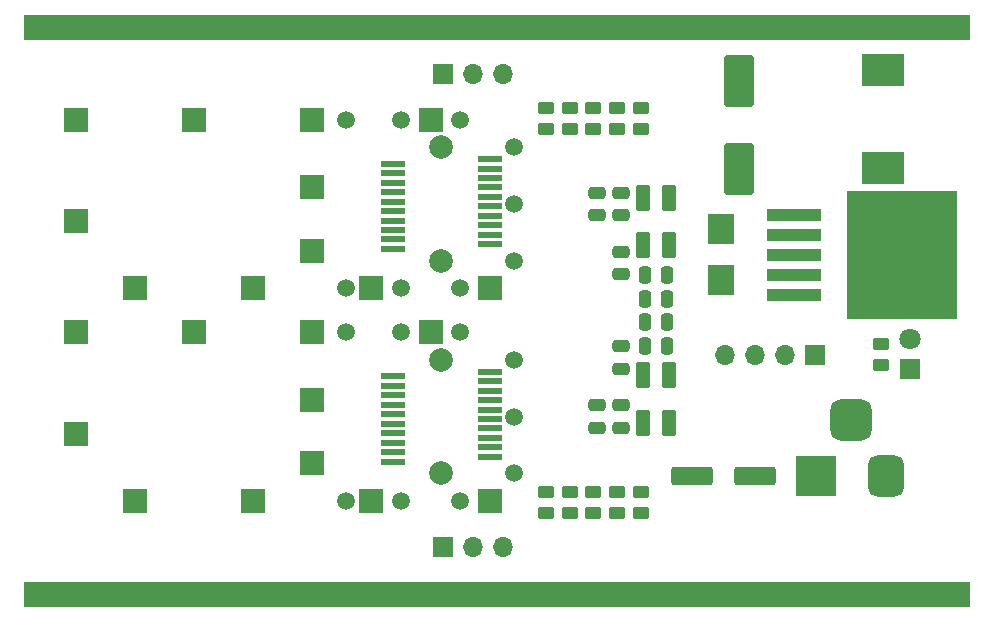
<source format=gbr>
%TF.GenerationSoftware,KiCad,Pcbnew,(6.0.5)*%
%TF.CreationDate,2022-06-11T19:55:53+02:00*%
%TF.ProjectId,SFP_Back2Back,5346505f-4261-4636-9b32-4261636b2e6b,2.0*%
%TF.SameCoordinates,Original*%
%TF.FileFunction,Soldermask,Top*%
%TF.FilePolarity,Negative*%
%FSLAX46Y46*%
G04 Gerber Fmt 4.6, Leading zero omitted, Abs format (unit mm)*
G04 Created by KiCad (PCBNEW (6.0.5)) date 2022-06-11 19:55:53*
%MOMM*%
%LPD*%
G01*
G04 APERTURE LIST*
G04 Aperture macros list*
%AMRoundRect*
0 Rectangle with rounded corners*
0 $1 Rounding radius*
0 $2 $3 $4 $5 $6 $7 $8 $9 X,Y pos of 4 corners*
0 Add a 4 corners polygon primitive as box body*
4,1,4,$2,$3,$4,$5,$6,$7,$8,$9,$2,$3,0*
0 Add four circle primitives for the rounded corners*
1,1,$1+$1,$2,$3*
1,1,$1+$1,$4,$5*
1,1,$1+$1,$6,$7*
1,1,$1+$1,$8,$9*
0 Add four rect primitives between the rounded corners*
20,1,$1+$1,$2,$3,$4,$5,0*
20,1,$1+$1,$4,$5,$6,$7,0*
20,1,$1+$1,$6,$7,$8,$9,0*
20,1,$1+$1,$8,$9,$2,$3,0*%
G04 Aperture macros list end*
%ADD10C,0.100000*%
%ADD11RoundRect,0.250000X0.375000X0.850000X-0.375000X0.850000X-0.375000X-0.850000X0.375000X-0.850000X0*%
%ADD12R,2.000000X2.000000*%
%ADD13C,1.500000*%
%ADD14R,2.000000X0.500000*%
%ADD15C,2.000000*%
%ADD16RoundRect,0.250000X0.250000X0.475000X-0.250000X0.475000X-0.250000X-0.475000X0.250000X-0.475000X0*%
%ADD17RoundRect,0.250000X-0.475000X0.250000X-0.475000X-0.250000X0.475000X-0.250000X0.475000X0.250000X0*%
%ADD18RoundRect,0.250000X0.475000X-0.250000X0.475000X0.250000X-0.475000X0.250000X-0.475000X-0.250000X0*%
%ADD19R,3.500000X3.500000*%
%ADD20RoundRect,0.750000X0.750000X1.000000X-0.750000X1.000000X-0.750000X-1.000000X0.750000X-1.000000X0*%
%ADD21RoundRect,0.875000X0.875000X0.875000X-0.875000X0.875000X-0.875000X-0.875000X0.875000X-0.875000X0*%
%ADD22R,1.800000X1.800000*%
%ADD23C,1.800000*%
%ADD24R,1.700000X1.700000*%
%ADD25O,1.700000X1.700000*%
%ADD26RoundRect,0.250000X0.450000X-0.262500X0.450000X0.262500X-0.450000X0.262500X-0.450000X-0.262500X0*%
%ADD27RoundRect,0.250000X-0.450000X0.262500X-0.450000X-0.262500X0.450000X-0.262500X0.450000X0.262500X0*%
%ADD28RoundRect,0.250000X1.500000X0.550000X-1.500000X0.550000X-1.500000X-0.550000X1.500000X-0.550000X0*%
%ADD29R,3.600000X2.700000*%
%ADD30RoundRect,0.250000X-1.000000X1.950000X-1.000000X-1.950000X1.000000X-1.950000X1.000000X1.950000X0*%
%ADD31R,2.300000X2.500000*%
%ADD32R,4.600000X1.100000*%
%ADD33R,9.400000X10.800000*%
G04 APERTURE END LIST*
D10*
G36*
X260000000Y-102000000D02*
G01*
X180000000Y-102000000D01*
X180000000Y-100000000D01*
X260000000Y-100000000D01*
X260000000Y-102000000D01*
G37*
X260000000Y-102000000D02*
X180000000Y-102000000D01*
X180000000Y-100000000D01*
X260000000Y-100000000D01*
X260000000Y-102000000D01*
G36*
X260000000Y-150000000D02*
G01*
X180000000Y-150000000D01*
X180000000Y-148000000D01*
X260000000Y-148000000D01*
X260000000Y-150000000D01*
G37*
X260000000Y-150000000D02*
X180000000Y-150000000D01*
X180000000Y-148000000D01*
X260000000Y-148000000D01*
X260000000Y-150000000D01*
D11*
%TO.C,L201*%
X234575000Y-119500000D03*
X232425000Y-119500000D03*
%TD*%
%TO.C,L202*%
X234575000Y-115500000D03*
X232425000Y-115500000D03*
%TD*%
D12*
%TO.C,J301*%
X214400000Y-126875000D03*
X204400000Y-132550000D03*
D13*
X211900000Y-126875000D03*
D12*
X204400000Y-137950000D03*
D13*
X221500000Y-134000000D03*
D12*
X209400000Y-141125000D03*
D13*
X216900000Y-126875000D03*
D12*
X199400000Y-141125000D03*
X184400000Y-126875000D03*
D13*
X207200000Y-126875000D03*
X216900000Y-141125000D03*
D12*
X184400000Y-135450000D03*
D13*
X221500000Y-129200000D03*
X211900000Y-141125000D03*
D12*
X204400000Y-126875000D03*
X194400000Y-126875000D03*
X189400000Y-141125000D03*
D13*
X221500000Y-138800000D03*
X207200000Y-141125000D03*
D12*
X219400000Y-141125000D03*
D14*
X219400000Y-130200000D03*
X219400000Y-131000000D03*
X219400000Y-131800000D03*
X219400000Y-132600000D03*
X219400000Y-133400000D03*
X219400000Y-134200000D03*
X219400000Y-135000000D03*
X219400000Y-135800000D03*
X219400000Y-136600000D03*
X219400000Y-137400000D03*
X211200000Y-137800000D03*
X211200000Y-137000000D03*
X211200000Y-136200000D03*
X211200000Y-135400000D03*
X211200000Y-134600000D03*
X211200000Y-133800000D03*
X211200000Y-133000000D03*
X211200000Y-132200000D03*
X211200000Y-131400000D03*
X211200000Y-130600000D03*
D15*
X215300000Y-138800000D03*
X215300000Y-129200000D03*
%TD*%
D16*
%TO.C,C201*%
X234450000Y-124000000D03*
X232550000Y-124000000D03*
%TD*%
%TO.C,C202*%
X234450000Y-122000000D03*
X232550000Y-122000000D03*
%TD*%
D17*
%TO.C,C203*%
X230500000Y-120050000D03*
X230500000Y-121950000D03*
%TD*%
D18*
%TO.C,C204*%
X230500000Y-116950000D03*
X230500000Y-115050000D03*
%TD*%
%TO.C,C205*%
X228500000Y-116950000D03*
X228500000Y-115050000D03*
%TD*%
D17*
%TO.C,C304*%
X230500000Y-133050000D03*
X230500000Y-134950000D03*
%TD*%
D13*
%TO.C,J201*%
X207200000Y-123125000D03*
X221500000Y-116000000D03*
D12*
X209400000Y-123125000D03*
X219400000Y-123125000D03*
X189400000Y-123125000D03*
D13*
X221500000Y-111200000D03*
D12*
X214400000Y-108875000D03*
D13*
X221500000Y-120800000D03*
D12*
X204400000Y-119950000D03*
X204400000Y-114550000D03*
X184400000Y-108875000D03*
D13*
X216900000Y-123125000D03*
D12*
X194400000Y-108875000D03*
X199400000Y-123125000D03*
D13*
X211900000Y-123125000D03*
D12*
X184400000Y-117450000D03*
X204400000Y-108875000D03*
D13*
X207200000Y-108875000D03*
X211900000Y-108875000D03*
X216900000Y-108875000D03*
D14*
X219400000Y-112200000D03*
X219400000Y-113000000D03*
X219400000Y-113800000D03*
X219400000Y-114600000D03*
X219400000Y-115400000D03*
X219400000Y-116200000D03*
X219400000Y-117000000D03*
X219400000Y-117800000D03*
X219400000Y-118600000D03*
X219400000Y-119400000D03*
X211200000Y-119800000D03*
X211200000Y-119000000D03*
X211200000Y-118200000D03*
X211200000Y-117400000D03*
X211200000Y-116600000D03*
X211200000Y-115800000D03*
X211200000Y-115000000D03*
X211200000Y-114200000D03*
X211200000Y-113400000D03*
X211200000Y-112600000D03*
D15*
X215300000Y-120800000D03*
X215300000Y-111200000D03*
%TD*%
D18*
%TO.C,C303*%
X230500000Y-129950000D03*
X230500000Y-128050000D03*
%TD*%
D11*
%TO.C,L302*%
X234575000Y-134500000D03*
X232425000Y-134500000D03*
%TD*%
D17*
%TO.C,C305*%
X228500000Y-133050000D03*
X228500000Y-134950000D03*
%TD*%
D11*
%TO.C,L301*%
X234575000Y-130500000D03*
X232425000Y-130500000D03*
%TD*%
D16*
%TO.C,C302*%
X234450000Y-128000000D03*
X232550000Y-128000000D03*
%TD*%
%TO.C,C301*%
X234450000Y-126000000D03*
X232550000Y-126000000D03*
%TD*%
D19*
%TO.C,J101*%
X247000000Y-139000000D03*
D20*
X253000000Y-139000000D03*
D21*
X250000000Y-134300000D03*
%TD*%
D22*
%TO.C,D103*%
X255000000Y-130000000D03*
D23*
X255000000Y-127460000D03*
%TD*%
D24*
%TO.C,J1*%
X246940000Y-128750000D03*
D25*
X244400000Y-128750000D03*
X241860000Y-128750000D03*
X239320000Y-128750000D03*
%TD*%
D24*
%TO.C,J2*%
X215475000Y-145000000D03*
D25*
X218015000Y-145000000D03*
X220555000Y-145000000D03*
%TD*%
D26*
%TO.C,R101*%
X252500000Y-129662500D03*
X252500000Y-127837500D03*
%TD*%
%TO.C,R202*%
X228196000Y-109656500D03*
X228196000Y-107831500D03*
%TD*%
D27*
%TO.C,R301*%
X230196000Y-140343500D03*
X230196000Y-142168500D03*
%TD*%
D26*
%TO.C,R204*%
X232196000Y-109656500D03*
X232196000Y-107831500D03*
%TD*%
D28*
%TO.C,C101*%
X236500000Y-139000000D03*
X241900000Y-139000000D03*
%TD*%
D29*
%TO.C,L101*%
X252700000Y-112950000D03*
X252700000Y-104650000D03*
%TD*%
D26*
%TO.C,R305*%
X232196000Y-142168500D03*
X232196000Y-140343500D03*
%TD*%
D27*
%TO.C,R304*%
X224196000Y-140343500D03*
X224196000Y-142168500D03*
%TD*%
D26*
%TO.C,R203*%
X230196000Y-109656500D03*
X230196000Y-107831500D03*
%TD*%
D24*
%TO.C,J3*%
X215475000Y-105000000D03*
D25*
X218015000Y-105000000D03*
X220555000Y-105000000D03*
%TD*%
D30*
%TO.C,C102*%
X240500000Y-113000000D03*
X240500000Y-105600000D03*
%TD*%
D27*
%TO.C,R303*%
X226196000Y-140343500D03*
X226196000Y-142168500D03*
%TD*%
D31*
%TO.C,D101*%
X239000000Y-118150000D03*
X239000000Y-122450000D03*
%TD*%
D26*
%TO.C,R201*%
X226196000Y-109656500D03*
X226196000Y-107831500D03*
%TD*%
D27*
%TO.C,R302*%
X228196000Y-140343500D03*
X228196000Y-142168500D03*
%TD*%
%TO.C,R205*%
X224196000Y-107831500D03*
X224196000Y-109656500D03*
%TD*%
D32*
%TO.C,U1*%
X245175000Y-123710000D03*
X245175000Y-122010000D03*
D33*
X254325000Y-120310000D03*
D32*
X245175000Y-120310000D03*
X245175000Y-118610000D03*
X245175000Y-116910000D03*
%TD*%
M02*

</source>
